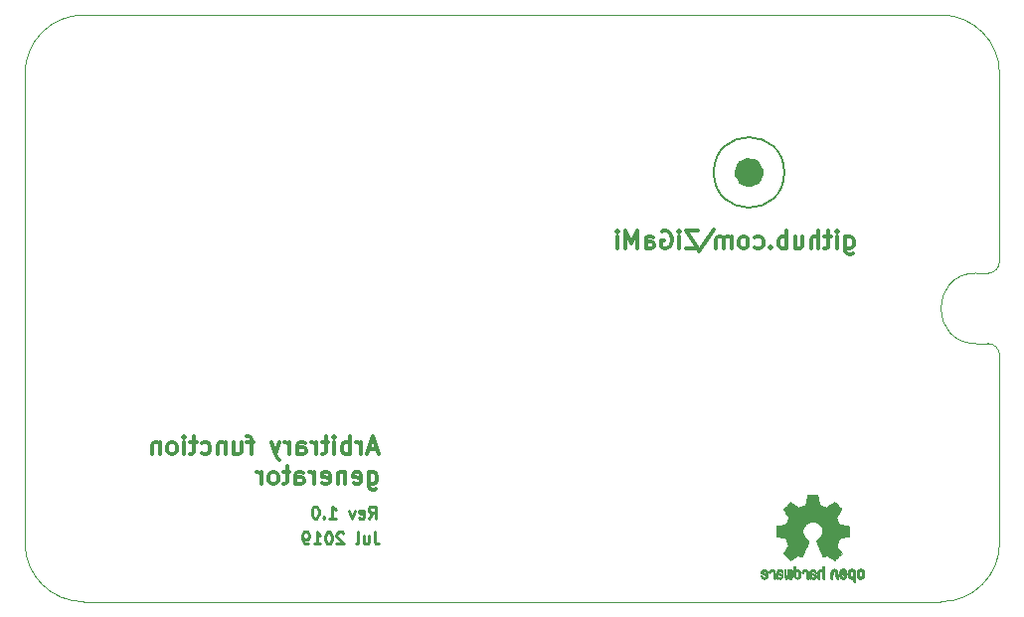
<source format=gbr>
G04 #@! TF.GenerationSoftware,KiCad,Pcbnew,(5.1.2)-1*
G04 #@! TF.CreationDate,2019-07-27T14:33:51+02:00*
G04 #@! TF.ProjectId,arbitrary_func_gen,61726269-7472-4617-9279-5f66756e635f,REV1.0*
G04 #@! TF.SameCoordinates,Original*
G04 #@! TF.FileFunction,Legend,Bot*
G04 #@! TF.FilePolarity,Positive*
%FSLAX46Y46*%
G04 Gerber Fmt 4.6, Leading zero omitted, Abs format (unit mm)*
G04 Created by KiCad (PCBNEW (5.1.2)-1) date 2019-07-27 14:33:51*
%MOMM*%
%LPD*%
G04 APERTURE LIST*
%ADD10C,0.300000*%
%ADD11C,0.254000*%
%ADD12C,0.100000*%
%ADD13C,0.010000*%
%ADD14C,0.150000*%
%ADD15C,1.500000*%
G04 APERTURE END LIST*
D10*
X142865000Y-58898571D02*
X142865000Y-60112857D01*
X142936428Y-60255714D01*
X143007857Y-60327142D01*
X143150714Y-60398571D01*
X143365000Y-60398571D01*
X143507857Y-60327142D01*
X142865000Y-59827142D02*
X143007857Y-59898571D01*
X143293571Y-59898571D01*
X143436428Y-59827142D01*
X143507857Y-59755714D01*
X143579285Y-59612857D01*
X143579285Y-59184285D01*
X143507857Y-59041428D01*
X143436428Y-58970000D01*
X143293571Y-58898571D01*
X143007857Y-58898571D01*
X142865000Y-58970000D01*
X142150714Y-59898571D02*
X142150714Y-58898571D01*
X142150714Y-58398571D02*
X142222142Y-58470000D01*
X142150714Y-58541428D01*
X142079285Y-58470000D01*
X142150714Y-58398571D01*
X142150714Y-58541428D01*
X141650714Y-58898571D02*
X141079285Y-58898571D01*
X141436428Y-58398571D02*
X141436428Y-59684285D01*
X141365000Y-59827142D01*
X141222142Y-59898571D01*
X141079285Y-59898571D01*
X140579285Y-59898571D02*
X140579285Y-58398571D01*
X139936428Y-59898571D02*
X139936428Y-59112857D01*
X140007857Y-58970000D01*
X140150714Y-58898571D01*
X140365000Y-58898571D01*
X140507857Y-58970000D01*
X140579285Y-59041428D01*
X138579285Y-58898571D02*
X138579285Y-59898571D01*
X139222142Y-58898571D02*
X139222142Y-59684285D01*
X139150714Y-59827142D01*
X139007857Y-59898571D01*
X138793571Y-59898571D01*
X138650714Y-59827142D01*
X138579285Y-59755714D01*
X137865000Y-59898571D02*
X137865000Y-58398571D01*
X137865000Y-58970000D02*
X137722142Y-58898571D01*
X137436428Y-58898571D01*
X137293571Y-58970000D01*
X137222142Y-59041428D01*
X137150714Y-59184285D01*
X137150714Y-59612857D01*
X137222142Y-59755714D01*
X137293571Y-59827142D01*
X137436428Y-59898571D01*
X137722142Y-59898571D01*
X137865000Y-59827142D01*
X136507857Y-59755714D02*
X136436428Y-59827142D01*
X136507857Y-59898571D01*
X136579285Y-59827142D01*
X136507857Y-59755714D01*
X136507857Y-59898571D01*
X135150714Y-59827142D02*
X135293571Y-59898571D01*
X135579285Y-59898571D01*
X135722142Y-59827142D01*
X135793571Y-59755714D01*
X135865000Y-59612857D01*
X135865000Y-59184285D01*
X135793571Y-59041428D01*
X135722142Y-58970000D01*
X135579285Y-58898571D01*
X135293571Y-58898571D01*
X135150714Y-58970000D01*
X134293571Y-59898571D02*
X134436428Y-59827142D01*
X134507857Y-59755714D01*
X134579285Y-59612857D01*
X134579285Y-59184285D01*
X134507857Y-59041428D01*
X134436428Y-58970000D01*
X134293571Y-58898571D01*
X134079285Y-58898571D01*
X133936428Y-58970000D01*
X133865000Y-59041428D01*
X133793571Y-59184285D01*
X133793571Y-59612857D01*
X133865000Y-59755714D01*
X133936428Y-59827142D01*
X134079285Y-59898571D01*
X134293571Y-59898571D01*
X133150714Y-59898571D02*
X133150714Y-58898571D01*
X133150714Y-59041428D02*
X133079285Y-58970000D01*
X132936428Y-58898571D01*
X132722142Y-58898571D01*
X132579285Y-58970000D01*
X132507857Y-59112857D01*
X132507857Y-59898571D01*
X132507857Y-59112857D02*
X132436428Y-58970000D01*
X132293571Y-58898571D01*
X132079285Y-58898571D01*
X131936428Y-58970000D01*
X131865000Y-59112857D01*
X131865000Y-59898571D01*
X131650714Y-58255714D02*
X130365000Y-60184285D01*
X130293571Y-58398571D02*
X129293571Y-58398571D01*
X130293571Y-59898571D01*
X129293571Y-59898571D01*
X128722142Y-59898571D02*
X128722142Y-58898571D01*
X128722142Y-58398571D02*
X128793571Y-58470000D01*
X128722142Y-58541428D01*
X128650714Y-58470000D01*
X128722142Y-58398571D01*
X128722142Y-58541428D01*
X127222142Y-58470000D02*
X127365000Y-58398571D01*
X127579285Y-58398571D01*
X127793571Y-58470000D01*
X127936428Y-58612857D01*
X128007857Y-58755714D01*
X128079285Y-59041428D01*
X128079285Y-59255714D01*
X128007857Y-59541428D01*
X127936428Y-59684285D01*
X127793571Y-59827142D01*
X127579285Y-59898571D01*
X127436428Y-59898571D01*
X127222142Y-59827142D01*
X127150714Y-59755714D01*
X127150714Y-59255714D01*
X127436428Y-59255714D01*
X125865000Y-59898571D02*
X125865000Y-59112857D01*
X125936428Y-58970000D01*
X126079285Y-58898571D01*
X126365000Y-58898571D01*
X126507857Y-58970000D01*
X125865000Y-59827142D02*
X126007857Y-59898571D01*
X126365000Y-59898571D01*
X126507857Y-59827142D01*
X126579285Y-59684285D01*
X126579285Y-59541428D01*
X126507857Y-59398571D01*
X126365000Y-59327142D01*
X126007857Y-59327142D01*
X125865000Y-59255714D01*
X125150714Y-59898571D02*
X125150714Y-58398571D01*
X124650714Y-59470000D01*
X124150714Y-58398571D01*
X124150714Y-59898571D01*
X123436428Y-59898571D02*
X123436428Y-58898571D01*
X123436428Y-58398571D02*
X123507857Y-58470000D01*
X123436428Y-58541428D01*
X123365000Y-58470000D01*
X123436428Y-58398571D01*
X123436428Y-58541428D01*
D11*
X102762709Y-84063619D02*
X102762709Y-84789333D01*
X102811090Y-84934476D01*
X102907852Y-85031238D01*
X103052995Y-85079619D01*
X103149757Y-85079619D01*
X101843471Y-84402285D02*
X101843471Y-85079619D01*
X102278900Y-84402285D02*
X102278900Y-84934476D01*
X102230519Y-85031238D01*
X102133757Y-85079619D01*
X101988614Y-85079619D01*
X101891852Y-85031238D01*
X101843471Y-84982857D01*
X101214519Y-85079619D02*
X101311280Y-85031238D01*
X101359661Y-84934476D01*
X101359661Y-84063619D01*
X100101757Y-84160380D02*
X100053376Y-84112000D01*
X99956614Y-84063619D01*
X99714709Y-84063619D01*
X99617947Y-84112000D01*
X99569566Y-84160380D01*
X99521185Y-84257142D01*
X99521185Y-84353904D01*
X99569566Y-84499047D01*
X100150138Y-85079619D01*
X99521185Y-85079619D01*
X98892233Y-84063619D02*
X98795471Y-84063619D01*
X98698709Y-84112000D01*
X98650328Y-84160380D01*
X98601947Y-84257142D01*
X98553566Y-84450666D01*
X98553566Y-84692571D01*
X98601947Y-84886095D01*
X98650328Y-84982857D01*
X98698709Y-85031238D01*
X98795471Y-85079619D01*
X98892233Y-85079619D01*
X98988995Y-85031238D01*
X99037376Y-84982857D01*
X99085757Y-84886095D01*
X99134138Y-84692571D01*
X99134138Y-84450666D01*
X99085757Y-84257142D01*
X99037376Y-84160380D01*
X98988995Y-84112000D01*
X98892233Y-84063619D01*
X97585947Y-85079619D02*
X98166519Y-85079619D01*
X97876233Y-85079619D02*
X97876233Y-84063619D01*
X97972995Y-84208761D01*
X98069757Y-84305523D01*
X98166519Y-84353904D01*
X97102138Y-85079619D02*
X96908614Y-85079619D01*
X96811852Y-85031238D01*
X96763471Y-84982857D01*
X96666709Y-84837714D01*
X96618328Y-84644190D01*
X96618328Y-84257142D01*
X96666709Y-84160380D01*
X96715090Y-84112000D01*
X96811852Y-84063619D01*
X97005376Y-84063619D01*
X97102138Y-84112000D01*
X97150519Y-84160380D01*
X97198900Y-84257142D01*
X97198900Y-84499047D01*
X97150519Y-84595809D01*
X97102138Y-84644190D01*
X97005376Y-84692571D01*
X96811852Y-84692571D01*
X96715090Y-84644190D01*
X96666709Y-84595809D01*
X96618328Y-84499047D01*
X102272423Y-82879619D02*
X102611090Y-82395809D01*
X102852995Y-82879619D02*
X102852995Y-81863619D01*
X102465947Y-81863619D01*
X102369185Y-81912000D01*
X102320804Y-81960380D01*
X102272423Y-82057142D01*
X102272423Y-82202285D01*
X102320804Y-82299047D01*
X102369185Y-82347428D01*
X102465947Y-82395809D01*
X102852995Y-82395809D01*
X101449947Y-82831238D02*
X101546709Y-82879619D01*
X101740233Y-82879619D01*
X101836995Y-82831238D01*
X101885376Y-82734476D01*
X101885376Y-82347428D01*
X101836995Y-82250666D01*
X101740233Y-82202285D01*
X101546709Y-82202285D01*
X101449947Y-82250666D01*
X101401566Y-82347428D01*
X101401566Y-82444190D01*
X101885376Y-82540952D01*
X101062900Y-82202285D02*
X100820995Y-82879619D01*
X100579090Y-82202285D01*
X98885757Y-82879619D02*
X99466328Y-82879619D01*
X99176042Y-82879619D02*
X99176042Y-81863619D01*
X99272804Y-82008761D01*
X99369566Y-82105523D01*
X99466328Y-82153904D01*
X98450328Y-82782857D02*
X98401947Y-82831238D01*
X98450328Y-82879619D01*
X98498709Y-82831238D01*
X98450328Y-82782857D01*
X98450328Y-82879619D01*
X97772995Y-81863619D02*
X97676233Y-81863619D01*
X97579471Y-81912000D01*
X97531090Y-81960380D01*
X97482709Y-82057142D01*
X97434328Y-82250666D01*
X97434328Y-82492571D01*
X97482709Y-82686095D01*
X97531090Y-82782857D01*
X97579471Y-82831238D01*
X97676233Y-82879619D01*
X97772995Y-82879619D01*
X97869757Y-82831238D01*
X97918138Y-82782857D01*
X97966519Y-82686095D01*
X98014900Y-82492571D01*
X98014900Y-82250666D01*
X97966519Y-82057142D01*
X97918138Y-81960380D01*
X97869757Y-81912000D01*
X97772995Y-81863619D01*
D10*
X102979285Y-76995000D02*
X102265000Y-76995000D01*
X103122142Y-77423571D02*
X102622142Y-75923571D01*
X102122142Y-77423571D01*
X101622142Y-77423571D02*
X101622142Y-76423571D01*
X101622142Y-76709285D02*
X101550714Y-76566428D01*
X101479285Y-76495000D01*
X101336428Y-76423571D01*
X101193571Y-76423571D01*
X100693571Y-77423571D02*
X100693571Y-75923571D01*
X100693571Y-76495000D02*
X100550714Y-76423571D01*
X100265000Y-76423571D01*
X100122142Y-76495000D01*
X100050714Y-76566428D01*
X99979285Y-76709285D01*
X99979285Y-77137857D01*
X100050714Y-77280714D01*
X100122142Y-77352142D01*
X100265000Y-77423571D01*
X100550714Y-77423571D01*
X100693571Y-77352142D01*
X99336428Y-77423571D02*
X99336428Y-76423571D01*
X99336428Y-75923571D02*
X99407857Y-75995000D01*
X99336428Y-76066428D01*
X99265000Y-75995000D01*
X99336428Y-75923571D01*
X99336428Y-76066428D01*
X98836428Y-76423571D02*
X98265000Y-76423571D01*
X98622142Y-75923571D02*
X98622142Y-77209285D01*
X98550714Y-77352142D01*
X98407857Y-77423571D01*
X98265000Y-77423571D01*
X97765000Y-77423571D02*
X97765000Y-76423571D01*
X97765000Y-76709285D02*
X97693571Y-76566428D01*
X97622142Y-76495000D01*
X97479285Y-76423571D01*
X97336428Y-76423571D01*
X96193571Y-77423571D02*
X96193571Y-76637857D01*
X96265000Y-76495000D01*
X96407857Y-76423571D01*
X96693571Y-76423571D01*
X96836428Y-76495000D01*
X96193571Y-77352142D02*
X96336428Y-77423571D01*
X96693571Y-77423571D01*
X96836428Y-77352142D01*
X96907857Y-77209285D01*
X96907857Y-77066428D01*
X96836428Y-76923571D01*
X96693571Y-76852142D01*
X96336428Y-76852142D01*
X96193571Y-76780714D01*
X95479285Y-77423571D02*
X95479285Y-76423571D01*
X95479285Y-76709285D02*
X95407857Y-76566428D01*
X95336428Y-76495000D01*
X95193571Y-76423571D01*
X95050714Y-76423571D01*
X94693571Y-76423571D02*
X94336428Y-77423571D01*
X93979285Y-76423571D02*
X94336428Y-77423571D01*
X94479285Y-77780714D01*
X94550714Y-77852142D01*
X94693571Y-77923571D01*
X92479285Y-76423571D02*
X91907857Y-76423571D01*
X92265000Y-77423571D02*
X92265000Y-76137857D01*
X92193571Y-75995000D01*
X92050714Y-75923571D01*
X91907857Y-75923571D01*
X90765000Y-76423571D02*
X90765000Y-77423571D01*
X91407857Y-76423571D02*
X91407857Y-77209285D01*
X91336428Y-77352142D01*
X91193571Y-77423571D01*
X90979285Y-77423571D01*
X90836428Y-77352142D01*
X90765000Y-77280714D01*
X90050714Y-76423571D02*
X90050714Y-77423571D01*
X90050714Y-76566428D02*
X89979285Y-76495000D01*
X89836428Y-76423571D01*
X89622142Y-76423571D01*
X89479285Y-76495000D01*
X89407857Y-76637857D01*
X89407857Y-77423571D01*
X88050714Y-77352142D02*
X88193571Y-77423571D01*
X88479285Y-77423571D01*
X88622142Y-77352142D01*
X88693571Y-77280714D01*
X88765000Y-77137857D01*
X88765000Y-76709285D01*
X88693571Y-76566428D01*
X88622142Y-76495000D01*
X88479285Y-76423571D01*
X88193571Y-76423571D01*
X88050714Y-76495000D01*
X87622142Y-76423571D02*
X87050714Y-76423571D01*
X87407857Y-75923571D02*
X87407857Y-77209285D01*
X87336428Y-77352142D01*
X87193571Y-77423571D01*
X87050714Y-77423571D01*
X86550714Y-77423571D02*
X86550714Y-76423571D01*
X86550714Y-75923571D02*
X86622142Y-75995000D01*
X86550714Y-76066428D01*
X86479285Y-75995000D01*
X86550714Y-75923571D01*
X86550714Y-76066428D01*
X85622142Y-77423571D02*
X85765000Y-77352142D01*
X85836428Y-77280714D01*
X85907857Y-77137857D01*
X85907857Y-76709285D01*
X85836428Y-76566428D01*
X85765000Y-76495000D01*
X85622142Y-76423571D01*
X85407857Y-76423571D01*
X85265000Y-76495000D01*
X85193571Y-76566428D01*
X85122142Y-76709285D01*
X85122142Y-77137857D01*
X85193571Y-77280714D01*
X85265000Y-77352142D01*
X85407857Y-77423571D01*
X85622142Y-77423571D01*
X84479285Y-76423571D02*
X84479285Y-77423571D01*
X84479285Y-76566428D02*
X84407857Y-76495000D01*
X84265000Y-76423571D01*
X84050714Y-76423571D01*
X83907857Y-76495000D01*
X83836428Y-76637857D01*
X83836428Y-77423571D01*
X102265000Y-78973571D02*
X102265000Y-80187857D01*
X102336428Y-80330714D01*
X102407857Y-80402142D01*
X102550714Y-80473571D01*
X102765000Y-80473571D01*
X102907857Y-80402142D01*
X102265000Y-79902142D02*
X102407857Y-79973571D01*
X102693571Y-79973571D01*
X102836428Y-79902142D01*
X102907857Y-79830714D01*
X102979285Y-79687857D01*
X102979285Y-79259285D01*
X102907857Y-79116428D01*
X102836428Y-79045000D01*
X102693571Y-78973571D01*
X102407857Y-78973571D01*
X102265000Y-79045000D01*
X100979285Y-79902142D02*
X101122142Y-79973571D01*
X101407857Y-79973571D01*
X101550714Y-79902142D01*
X101622142Y-79759285D01*
X101622142Y-79187857D01*
X101550714Y-79045000D01*
X101407857Y-78973571D01*
X101122142Y-78973571D01*
X100979285Y-79045000D01*
X100907857Y-79187857D01*
X100907857Y-79330714D01*
X101622142Y-79473571D01*
X100265000Y-78973571D02*
X100265000Y-79973571D01*
X100265000Y-79116428D02*
X100193571Y-79045000D01*
X100050714Y-78973571D01*
X99836428Y-78973571D01*
X99693571Y-79045000D01*
X99622142Y-79187857D01*
X99622142Y-79973571D01*
X98336428Y-79902142D02*
X98479285Y-79973571D01*
X98765000Y-79973571D01*
X98907857Y-79902142D01*
X98979285Y-79759285D01*
X98979285Y-79187857D01*
X98907857Y-79045000D01*
X98765000Y-78973571D01*
X98479285Y-78973571D01*
X98336428Y-79045000D01*
X98265000Y-79187857D01*
X98265000Y-79330714D01*
X98979285Y-79473571D01*
X97622142Y-79973571D02*
X97622142Y-78973571D01*
X97622142Y-79259285D02*
X97550714Y-79116428D01*
X97479285Y-79045000D01*
X97336428Y-78973571D01*
X97193571Y-78973571D01*
X96050714Y-79973571D02*
X96050714Y-79187857D01*
X96122142Y-79045000D01*
X96265000Y-78973571D01*
X96550714Y-78973571D01*
X96693571Y-79045000D01*
X96050714Y-79902142D02*
X96193571Y-79973571D01*
X96550714Y-79973571D01*
X96693571Y-79902142D01*
X96765000Y-79759285D01*
X96765000Y-79616428D01*
X96693571Y-79473571D01*
X96550714Y-79402142D01*
X96193571Y-79402142D01*
X96050714Y-79330714D01*
X95550714Y-78973571D02*
X94979285Y-78973571D01*
X95336428Y-78473571D02*
X95336428Y-79759285D01*
X95265000Y-79902142D01*
X95122142Y-79973571D01*
X94979285Y-79973571D01*
X94265000Y-79973571D02*
X94407857Y-79902142D01*
X94479285Y-79830714D01*
X94550714Y-79687857D01*
X94550714Y-79259285D01*
X94479285Y-79116428D01*
X94407857Y-79045000D01*
X94265000Y-78973571D01*
X94050714Y-78973571D01*
X93907857Y-79045000D01*
X93836428Y-79116428D01*
X93765000Y-79259285D01*
X93765000Y-79687857D01*
X93836428Y-79830714D01*
X93907857Y-79902142D01*
X94050714Y-79973571D01*
X94265000Y-79973571D01*
X93122142Y-79973571D02*
X93122142Y-78973571D01*
X93122142Y-79259285D02*
X93050714Y-79116428D01*
X92979285Y-79045000D01*
X92836428Y-78973571D01*
X92693571Y-78973571D01*
D12*
X155000000Y-68000000D02*
X154000000Y-68000000D01*
X156000000Y-85000000D02*
X156000000Y-69000000D01*
X78000000Y-90000000D02*
X151000000Y-90000000D01*
X73000000Y-45000000D02*
X73000000Y-85000000D01*
X151000000Y-40000000D02*
X78000000Y-40000000D01*
X156000000Y-61000000D02*
X156000000Y-45000000D01*
X154000000Y-62000000D02*
X155000000Y-62000000D01*
X156000000Y-61000000D02*
G75*
G02X155000000Y-62000000I-1000000J0D01*
G01*
X154000000Y-68000000D02*
G75*
G02X154000000Y-62000000I0J3000000D01*
G01*
X155000000Y-68000000D02*
G75*
G02X156000000Y-69000000I0J-1000000D01*
G01*
X156000000Y-85000000D02*
G75*
G02X151000000Y-90000000I-5000000J0D01*
G01*
X78000000Y-90000000D02*
G75*
G02X73000000Y-85000000I0J5000000D01*
G01*
X73000000Y-45000000D02*
G75*
G02X78000000Y-40000000I5000000J0D01*
G01*
X151000000Y-40000000D02*
G75*
G02X156000000Y-45000000I0J-5000000D01*
G01*
D13*
G36*
X143291114Y-87204505D02*
G01*
X143216461Y-87241727D01*
X143150569Y-87310261D01*
X143132423Y-87335648D01*
X143112655Y-87368866D01*
X143099828Y-87404945D01*
X143092490Y-87453098D01*
X143089187Y-87522536D01*
X143088462Y-87614206D01*
X143091737Y-87739830D01*
X143103123Y-87834154D01*
X143124959Y-87904523D01*
X143159581Y-87958286D01*
X143209330Y-88002788D01*
X143212986Y-88005423D01*
X143262015Y-88032377D01*
X143321055Y-88045712D01*
X143396141Y-88049000D01*
X143518205Y-88049000D01*
X143518256Y-88167497D01*
X143519392Y-88233492D01*
X143526314Y-88272202D01*
X143544402Y-88295419D01*
X143579038Y-88314933D01*
X143587355Y-88318920D01*
X143626280Y-88337603D01*
X143656417Y-88349403D01*
X143678826Y-88350422D01*
X143694567Y-88336761D01*
X143704698Y-88304522D01*
X143710277Y-88249804D01*
X143712365Y-88168711D01*
X143712019Y-88057344D01*
X143710300Y-87911802D01*
X143709763Y-87868269D01*
X143707828Y-87718205D01*
X143706096Y-87620042D01*
X143518308Y-87620042D01*
X143517252Y-87703364D01*
X143512562Y-87757880D01*
X143501949Y-87793837D01*
X143483128Y-87821482D01*
X143470350Y-87834965D01*
X143418110Y-87874417D01*
X143371858Y-87877628D01*
X143324133Y-87845049D01*
X143322923Y-87843846D01*
X143303506Y-87818668D01*
X143291693Y-87784447D01*
X143285735Y-87731748D01*
X143283880Y-87651131D01*
X143283846Y-87633271D01*
X143288330Y-87522175D01*
X143302926Y-87445161D01*
X143329350Y-87398147D01*
X143369317Y-87377050D01*
X143392416Y-87374923D01*
X143447238Y-87384900D01*
X143484842Y-87417752D01*
X143507477Y-87477857D01*
X143517394Y-87569598D01*
X143518308Y-87620042D01*
X143706096Y-87620042D01*
X143705778Y-87602060D01*
X143703127Y-87514679D01*
X143699394Y-87450905D01*
X143694093Y-87405582D01*
X143686742Y-87373555D01*
X143676857Y-87349668D01*
X143663954Y-87328764D01*
X143658421Y-87320898D01*
X143585031Y-87246595D01*
X143492240Y-87204467D01*
X143384904Y-87192722D01*
X143291114Y-87204505D01*
X143291114Y-87204505D01*
G37*
X143291114Y-87204505D02*
X143216461Y-87241727D01*
X143150569Y-87310261D01*
X143132423Y-87335648D01*
X143112655Y-87368866D01*
X143099828Y-87404945D01*
X143092490Y-87453098D01*
X143089187Y-87522536D01*
X143088462Y-87614206D01*
X143091737Y-87739830D01*
X143103123Y-87834154D01*
X143124959Y-87904523D01*
X143159581Y-87958286D01*
X143209330Y-88002788D01*
X143212986Y-88005423D01*
X143262015Y-88032377D01*
X143321055Y-88045712D01*
X143396141Y-88049000D01*
X143518205Y-88049000D01*
X143518256Y-88167497D01*
X143519392Y-88233492D01*
X143526314Y-88272202D01*
X143544402Y-88295419D01*
X143579038Y-88314933D01*
X143587355Y-88318920D01*
X143626280Y-88337603D01*
X143656417Y-88349403D01*
X143678826Y-88350422D01*
X143694567Y-88336761D01*
X143704698Y-88304522D01*
X143710277Y-88249804D01*
X143712365Y-88168711D01*
X143712019Y-88057344D01*
X143710300Y-87911802D01*
X143709763Y-87868269D01*
X143707828Y-87718205D01*
X143706096Y-87620042D01*
X143518308Y-87620042D01*
X143517252Y-87703364D01*
X143512562Y-87757880D01*
X143501949Y-87793837D01*
X143483128Y-87821482D01*
X143470350Y-87834965D01*
X143418110Y-87874417D01*
X143371858Y-87877628D01*
X143324133Y-87845049D01*
X143322923Y-87843846D01*
X143303506Y-87818668D01*
X143291693Y-87784447D01*
X143285735Y-87731748D01*
X143283880Y-87651131D01*
X143283846Y-87633271D01*
X143288330Y-87522175D01*
X143302926Y-87445161D01*
X143329350Y-87398147D01*
X143369317Y-87377050D01*
X143392416Y-87374923D01*
X143447238Y-87384900D01*
X143484842Y-87417752D01*
X143507477Y-87477857D01*
X143517394Y-87569598D01*
X143518308Y-87620042D01*
X143706096Y-87620042D01*
X143705778Y-87602060D01*
X143703127Y-87514679D01*
X143699394Y-87450905D01*
X143694093Y-87405582D01*
X143686742Y-87373555D01*
X143676857Y-87349668D01*
X143663954Y-87328764D01*
X143658421Y-87320898D01*
X143585031Y-87246595D01*
X143492240Y-87204467D01*
X143384904Y-87192722D01*
X143291114Y-87204505D01*
G36*
X141788336Y-87215089D02*
G01*
X141725633Y-87251358D01*
X141682039Y-87287358D01*
X141650155Y-87325075D01*
X141628190Y-87371199D01*
X141614351Y-87432421D01*
X141606847Y-87515431D01*
X141603883Y-87626919D01*
X141603539Y-87707062D01*
X141603539Y-88002065D01*
X141769615Y-88076515D01*
X141779385Y-87753402D01*
X141783421Y-87632729D01*
X141787656Y-87545141D01*
X141792903Y-87484650D01*
X141799975Y-87445268D01*
X141809689Y-87421007D01*
X141822856Y-87405880D01*
X141827081Y-87402606D01*
X141891091Y-87377034D01*
X141955792Y-87387153D01*
X141994308Y-87414000D01*
X142009975Y-87433024D01*
X142020820Y-87457988D01*
X142027712Y-87495834D01*
X142031521Y-87553502D01*
X142033117Y-87637935D01*
X142033385Y-87725928D01*
X142033437Y-87836323D01*
X142035328Y-87914463D01*
X142041655Y-87967165D01*
X142055017Y-88001242D01*
X142078015Y-88023511D01*
X142113246Y-88040787D01*
X142160303Y-88058738D01*
X142211697Y-88078278D01*
X142205579Y-87731485D01*
X142203116Y-87606468D01*
X142200233Y-87514082D01*
X142196102Y-87447881D01*
X142189893Y-87401420D01*
X142180774Y-87368256D01*
X142167917Y-87341944D01*
X142152416Y-87318729D01*
X142077629Y-87244569D01*
X141986372Y-87201684D01*
X141887117Y-87191412D01*
X141788336Y-87215089D01*
X141788336Y-87215089D01*
G37*
X141788336Y-87215089D02*
X141725633Y-87251358D01*
X141682039Y-87287358D01*
X141650155Y-87325075D01*
X141628190Y-87371199D01*
X141614351Y-87432421D01*
X141606847Y-87515431D01*
X141603883Y-87626919D01*
X141603539Y-87707062D01*
X141603539Y-88002065D01*
X141769615Y-88076515D01*
X141779385Y-87753402D01*
X141783421Y-87632729D01*
X141787656Y-87545141D01*
X141792903Y-87484650D01*
X141799975Y-87445268D01*
X141809689Y-87421007D01*
X141822856Y-87405880D01*
X141827081Y-87402606D01*
X141891091Y-87377034D01*
X141955792Y-87387153D01*
X141994308Y-87414000D01*
X142009975Y-87433024D01*
X142020820Y-87457988D01*
X142027712Y-87495834D01*
X142031521Y-87553502D01*
X142033117Y-87637935D01*
X142033385Y-87725928D01*
X142033437Y-87836323D01*
X142035328Y-87914463D01*
X142041655Y-87967165D01*
X142055017Y-88001242D01*
X142078015Y-88023511D01*
X142113246Y-88040787D01*
X142160303Y-88058738D01*
X142211697Y-88078278D01*
X142205579Y-87731485D01*
X142203116Y-87606468D01*
X142200233Y-87514082D01*
X142196102Y-87447881D01*
X142189893Y-87401420D01*
X142180774Y-87368256D01*
X142167917Y-87341944D01*
X142152416Y-87318729D01*
X142077629Y-87244569D01*
X141986372Y-87201684D01*
X141887117Y-87191412D01*
X141788336Y-87215089D01*
G36*
X144043114Y-87207256D02*
G01*
X143951536Y-87255409D01*
X143883951Y-87332905D01*
X143859943Y-87382727D01*
X143841262Y-87457533D01*
X143831699Y-87552052D01*
X143830792Y-87655210D01*
X143838079Y-87755935D01*
X143853097Y-87843153D01*
X143875385Y-87905791D01*
X143882235Y-87916579D01*
X143963368Y-87997105D01*
X144059734Y-88045336D01*
X144164299Y-88059450D01*
X144270032Y-88037629D01*
X144299457Y-88024547D01*
X144356759Y-87984231D01*
X144407050Y-87930775D01*
X144411803Y-87923995D01*
X144431122Y-87891321D01*
X144443892Y-87856394D01*
X144451436Y-87810414D01*
X144455076Y-87744584D01*
X144456135Y-87650105D01*
X144456154Y-87628923D01*
X144456106Y-87622182D01*
X144260769Y-87622182D01*
X144259632Y-87711349D01*
X144255159Y-87770520D01*
X144245754Y-87808741D01*
X144229824Y-87835053D01*
X144221692Y-87843846D01*
X144174942Y-87877261D01*
X144129553Y-87875737D01*
X144083660Y-87846752D01*
X144056288Y-87815809D01*
X144040077Y-87770643D01*
X144030974Y-87699420D01*
X144030349Y-87691114D01*
X144028796Y-87562037D01*
X144045035Y-87466172D01*
X144078848Y-87404107D01*
X144130016Y-87376432D01*
X144148280Y-87374923D01*
X144196240Y-87382513D01*
X144229047Y-87408808D01*
X144249105Y-87459095D01*
X144258822Y-87538664D01*
X144260769Y-87622182D01*
X144456106Y-87622182D01*
X144455426Y-87528249D01*
X144452371Y-87457906D01*
X144445678Y-87409163D01*
X144434040Y-87373288D01*
X144416147Y-87341548D01*
X144412192Y-87335648D01*
X144345733Y-87256104D01*
X144273315Y-87209929D01*
X144185151Y-87191599D01*
X144155213Y-87190703D01*
X144043114Y-87207256D01*
X144043114Y-87207256D01*
G37*
X144043114Y-87207256D02*
X143951536Y-87255409D01*
X143883951Y-87332905D01*
X143859943Y-87382727D01*
X143841262Y-87457533D01*
X143831699Y-87552052D01*
X143830792Y-87655210D01*
X143838079Y-87755935D01*
X143853097Y-87843153D01*
X143875385Y-87905791D01*
X143882235Y-87916579D01*
X143963368Y-87997105D01*
X144059734Y-88045336D01*
X144164299Y-88059450D01*
X144270032Y-88037629D01*
X144299457Y-88024547D01*
X144356759Y-87984231D01*
X144407050Y-87930775D01*
X144411803Y-87923995D01*
X144431122Y-87891321D01*
X144443892Y-87856394D01*
X144451436Y-87810414D01*
X144455076Y-87744584D01*
X144456135Y-87650105D01*
X144456154Y-87628923D01*
X144456106Y-87622182D01*
X144260769Y-87622182D01*
X144259632Y-87711349D01*
X144255159Y-87770520D01*
X144245754Y-87808741D01*
X144229824Y-87835053D01*
X144221692Y-87843846D01*
X144174942Y-87877261D01*
X144129553Y-87875737D01*
X144083660Y-87846752D01*
X144056288Y-87815809D01*
X144040077Y-87770643D01*
X144030974Y-87699420D01*
X144030349Y-87691114D01*
X144028796Y-87562037D01*
X144045035Y-87466172D01*
X144078848Y-87404107D01*
X144130016Y-87376432D01*
X144148280Y-87374923D01*
X144196240Y-87382513D01*
X144229047Y-87408808D01*
X144249105Y-87459095D01*
X144258822Y-87538664D01*
X144260769Y-87622182D01*
X144456106Y-87622182D01*
X144455426Y-87528249D01*
X144452371Y-87457906D01*
X144445678Y-87409163D01*
X144434040Y-87373288D01*
X144416147Y-87341548D01*
X144412192Y-87335648D01*
X144345733Y-87256104D01*
X144273315Y-87209929D01*
X144185151Y-87191599D01*
X144155213Y-87190703D01*
X144043114Y-87207256D01*
G36*
X142525746Y-87219745D02*
G01*
X142448714Y-87271567D01*
X142389184Y-87346412D01*
X142353622Y-87441654D01*
X142346429Y-87511756D01*
X142347246Y-87541009D01*
X142354086Y-87563407D01*
X142372888Y-87583474D01*
X142409592Y-87605733D01*
X142470138Y-87634709D01*
X142560466Y-87674927D01*
X142560923Y-87675129D01*
X142644067Y-87713210D01*
X142712247Y-87747025D01*
X142758495Y-87772933D01*
X142775842Y-87787295D01*
X142775846Y-87787411D01*
X142760557Y-87818685D01*
X142724804Y-87853157D01*
X142683758Y-87877990D01*
X142662963Y-87882923D01*
X142606230Y-87865862D01*
X142557373Y-87823133D01*
X142533535Y-87776155D01*
X142510603Y-87741522D01*
X142465682Y-87702081D01*
X142412877Y-87668009D01*
X142366290Y-87649480D01*
X142356548Y-87648462D01*
X142345582Y-87665215D01*
X142344921Y-87708039D01*
X142352980Y-87765781D01*
X142368173Y-87827289D01*
X142388914Y-87881409D01*
X142389962Y-87883510D01*
X142452379Y-87970660D01*
X142533274Y-88029939D01*
X142625144Y-88059034D01*
X142720487Y-88055634D01*
X142811802Y-88017428D01*
X142815862Y-88014741D01*
X142887694Y-87949642D01*
X142934927Y-87864705D01*
X142961066Y-87753021D01*
X142964574Y-87721643D01*
X142970787Y-87573536D01*
X142963339Y-87504468D01*
X142775846Y-87504468D01*
X142773410Y-87547552D01*
X142760086Y-87560126D01*
X142726868Y-87550719D01*
X142674506Y-87528483D01*
X142615976Y-87500610D01*
X142614521Y-87499872D01*
X142564911Y-87473777D01*
X142545000Y-87456363D01*
X142549910Y-87438107D01*
X142570584Y-87414120D01*
X142623181Y-87379406D01*
X142679823Y-87376856D01*
X142730631Y-87402119D01*
X142765724Y-87450847D01*
X142775846Y-87504468D01*
X142963339Y-87504468D01*
X142958008Y-87455036D01*
X142925222Y-87361055D01*
X142879579Y-87295215D01*
X142797198Y-87228681D01*
X142706454Y-87195676D01*
X142613815Y-87193573D01*
X142525746Y-87219745D01*
X142525746Y-87219745D01*
G37*
X142525746Y-87219745D02*
X142448714Y-87271567D01*
X142389184Y-87346412D01*
X142353622Y-87441654D01*
X142346429Y-87511756D01*
X142347246Y-87541009D01*
X142354086Y-87563407D01*
X142372888Y-87583474D01*
X142409592Y-87605733D01*
X142470138Y-87634709D01*
X142560466Y-87674927D01*
X142560923Y-87675129D01*
X142644067Y-87713210D01*
X142712247Y-87747025D01*
X142758495Y-87772933D01*
X142775842Y-87787295D01*
X142775846Y-87787411D01*
X142760557Y-87818685D01*
X142724804Y-87853157D01*
X142683758Y-87877990D01*
X142662963Y-87882923D01*
X142606230Y-87865862D01*
X142557373Y-87823133D01*
X142533535Y-87776155D01*
X142510603Y-87741522D01*
X142465682Y-87702081D01*
X142412877Y-87668009D01*
X142366290Y-87649480D01*
X142356548Y-87648462D01*
X142345582Y-87665215D01*
X142344921Y-87708039D01*
X142352980Y-87765781D01*
X142368173Y-87827289D01*
X142388914Y-87881409D01*
X142389962Y-87883510D01*
X142452379Y-87970660D01*
X142533274Y-88029939D01*
X142625144Y-88059034D01*
X142720487Y-88055634D01*
X142811802Y-88017428D01*
X142815862Y-88014741D01*
X142887694Y-87949642D01*
X142934927Y-87864705D01*
X142961066Y-87753021D01*
X142964574Y-87721643D01*
X142970787Y-87573536D01*
X142963339Y-87504468D01*
X142775846Y-87504468D01*
X142773410Y-87547552D01*
X142760086Y-87560126D01*
X142726868Y-87550719D01*
X142674506Y-87528483D01*
X142615976Y-87500610D01*
X142614521Y-87499872D01*
X142564911Y-87473777D01*
X142545000Y-87456363D01*
X142549910Y-87438107D01*
X142570584Y-87414120D01*
X142623181Y-87379406D01*
X142679823Y-87376856D01*
X142730631Y-87402119D01*
X142765724Y-87450847D01*
X142775846Y-87504468D01*
X142963339Y-87504468D01*
X142958008Y-87455036D01*
X142925222Y-87361055D01*
X142879579Y-87295215D01*
X142797198Y-87228681D01*
X142706454Y-87195676D01*
X142613815Y-87193573D01*
X142525746Y-87219745D01*
G36*
X140900154Y-87112120D02*
G01*
X140894428Y-87191980D01*
X140887851Y-87239039D01*
X140878738Y-87259566D01*
X140865402Y-87259829D01*
X140861077Y-87257378D01*
X140803556Y-87239636D01*
X140728732Y-87240672D01*
X140652661Y-87258910D01*
X140605082Y-87282505D01*
X140556298Y-87320198D01*
X140520636Y-87362855D01*
X140496155Y-87417057D01*
X140480913Y-87489384D01*
X140472970Y-87586419D01*
X140470384Y-87714742D01*
X140470338Y-87739358D01*
X140470308Y-88015870D01*
X140531839Y-88037320D01*
X140575541Y-88051912D01*
X140599518Y-88058706D01*
X140600223Y-88058769D01*
X140602585Y-88040345D01*
X140604594Y-87989526D01*
X140606099Y-87912993D01*
X140606947Y-87817430D01*
X140607077Y-87759329D01*
X140607349Y-87644771D01*
X140608748Y-87562667D01*
X140612151Y-87506393D01*
X140618433Y-87469326D01*
X140628471Y-87444844D01*
X140643139Y-87426325D01*
X140652298Y-87417406D01*
X140715211Y-87381466D01*
X140783864Y-87378775D01*
X140846152Y-87409170D01*
X140857671Y-87420144D01*
X140874567Y-87440779D01*
X140886286Y-87465256D01*
X140893767Y-87500647D01*
X140897946Y-87554026D01*
X140899763Y-87632466D01*
X140900154Y-87740617D01*
X140900154Y-88015870D01*
X140961685Y-88037320D01*
X141005387Y-88051912D01*
X141029364Y-88058706D01*
X141030070Y-88058769D01*
X141031874Y-88040069D01*
X141033500Y-87987322D01*
X141034883Y-87905557D01*
X141035958Y-87799805D01*
X141036660Y-87675094D01*
X141036923Y-87536455D01*
X141036923Y-87001806D01*
X140909923Y-86948236D01*
X140900154Y-87112120D01*
X140900154Y-87112120D01*
G37*
X140900154Y-87112120D02*
X140894428Y-87191980D01*
X140887851Y-87239039D01*
X140878738Y-87259566D01*
X140865402Y-87259829D01*
X140861077Y-87257378D01*
X140803556Y-87239636D01*
X140728732Y-87240672D01*
X140652661Y-87258910D01*
X140605082Y-87282505D01*
X140556298Y-87320198D01*
X140520636Y-87362855D01*
X140496155Y-87417057D01*
X140480913Y-87489384D01*
X140472970Y-87586419D01*
X140470384Y-87714742D01*
X140470338Y-87739358D01*
X140470308Y-88015870D01*
X140531839Y-88037320D01*
X140575541Y-88051912D01*
X140599518Y-88058706D01*
X140600223Y-88058769D01*
X140602585Y-88040345D01*
X140604594Y-87989526D01*
X140606099Y-87912993D01*
X140606947Y-87817430D01*
X140607077Y-87759329D01*
X140607349Y-87644771D01*
X140608748Y-87562667D01*
X140612151Y-87506393D01*
X140618433Y-87469326D01*
X140628471Y-87444844D01*
X140643139Y-87426325D01*
X140652298Y-87417406D01*
X140715211Y-87381466D01*
X140783864Y-87378775D01*
X140846152Y-87409170D01*
X140857671Y-87420144D01*
X140874567Y-87440779D01*
X140886286Y-87465256D01*
X140893767Y-87500647D01*
X140897946Y-87554026D01*
X140899763Y-87632466D01*
X140900154Y-87740617D01*
X140900154Y-88015870D01*
X140961685Y-88037320D01*
X141005387Y-88051912D01*
X141029364Y-88058706D01*
X141030070Y-88058769D01*
X141031874Y-88040069D01*
X141033500Y-87987322D01*
X141034883Y-87905557D01*
X141035958Y-87799805D01*
X141036660Y-87675094D01*
X141036923Y-87536455D01*
X141036923Y-87001806D01*
X140909923Y-86948236D01*
X140900154Y-87112120D01*
G36*
X140006499Y-87246303D02*
G01*
X139929940Y-87274733D01*
X139929064Y-87275279D01*
X139881715Y-87310127D01*
X139846759Y-87350852D01*
X139822175Y-87403925D01*
X139805938Y-87475814D01*
X139796025Y-87572992D01*
X139790414Y-87701928D01*
X139789923Y-87720298D01*
X139782859Y-87997287D01*
X139842305Y-88028028D01*
X139885319Y-88048802D01*
X139911290Y-88058646D01*
X139912491Y-88058769D01*
X139916986Y-88040606D01*
X139920556Y-87991612D01*
X139922752Y-87920031D01*
X139923231Y-87862068D01*
X139923242Y-87768170D01*
X139927534Y-87709203D01*
X139942497Y-87681079D01*
X139974518Y-87679706D01*
X140029986Y-87700998D01*
X140113731Y-87740136D01*
X140175311Y-87772643D01*
X140206983Y-87800845D01*
X140216294Y-87831582D01*
X140216308Y-87833104D01*
X140200943Y-87886054D01*
X140155453Y-87914660D01*
X140085834Y-87918803D01*
X140035687Y-87918084D01*
X140009246Y-87932527D01*
X139992757Y-87967218D01*
X139983267Y-88011416D01*
X139996943Y-88036493D01*
X140002093Y-88040082D01*
X140050575Y-88054496D01*
X140118469Y-88056537D01*
X140188388Y-88046983D01*
X140237932Y-88029522D01*
X140306430Y-87971364D01*
X140345366Y-87890408D01*
X140353077Y-87827160D01*
X140347193Y-87770111D01*
X140325899Y-87723542D01*
X140283735Y-87682181D01*
X140215241Y-87640755D01*
X140114956Y-87593993D01*
X140108846Y-87591350D01*
X140018510Y-87549617D01*
X139962765Y-87515391D01*
X139938871Y-87484635D01*
X139944087Y-87453311D01*
X139975672Y-87417383D01*
X139985117Y-87409116D01*
X140048383Y-87377058D01*
X140113936Y-87378407D01*
X140171028Y-87409838D01*
X140208907Y-87468024D01*
X140212426Y-87479446D01*
X140246700Y-87534837D01*
X140290191Y-87561518D01*
X140353077Y-87587960D01*
X140353077Y-87519548D01*
X140333948Y-87420110D01*
X140277169Y-87328902D01*
X140247622Y-87298389D01*
X140180458Y-87259228D01*
X140095044Y-87241500D01*
X140006499Y-87246303D01*
X140006499Y-87246303D01*
G37*
X140006499Y-87246303D02*
X139929940Y-87274733D01*
X139929064Y-87275279D01*
X139881715Y-87310127D01*
X139846759Y-87350852D01*
X139822175Y-87403925D01*
X139805938Y-87475814D01*
X139796025Y-87572992D01*
X139790414Y-87701928D01*
X139789923Y-87720298D01*
X139782859Y-87997287D01*
X139842305Y-88028028D01*
X139885319Y-88048802D01*
X139911290Y-88058646D01*
X139912491Y-88058769D01*
X139916986Y-88040606D01*
X139920556Y-87991612D01*
X139922752Y-87920031D01*
X139923231Y-87862068D01*
X139923242Y-87768170D01*
X139927534Y-87709203D01*
X139942497Y-87681079D01*
X139974518Y-87679706D01*
X140029986Y-87700998D01*
X140113731Y-87740136D01*
X140175311Y-87772643D01*
X140206983Y-87800845D01*
X140216294Y-87831582D01*
X140216308Y-87833104D01*
X140200943Y-87886054D01*
X140155453Y-87914660D01*
X140085834Y-87918803D01*
X140035687Y-87918084D01*
X140009246Y-87932527D01*
X139992757Y-87967218D01*
X139983267Y-88011416D01*
X139996943Y-88036493D01*
X140002093Y-88040082D01*
X140050575Y-88054496D01*
X140118469Y-88056537D01*
X140188388Y-88046983D01*
X140237932Y-88029522D01*
X140306430Y-87971364D01*
X140345366Y-87890408D01*
X140353077Y-87827160D01*
X140347193Y-87770111D01*
X140325899Y-87723542D01*
X140283735Y-87682181D01*
X140215241Y-87640755D01*
X140114956Y-87593993D01*
X140108846Y-87591350D01*
X140018510Y-87549617D01*
X139962765Y-87515391D01*
X139938871Y-87484635D01*
X139944087Y-87453311D01*
X139975672Y-87417383D01*
X139985117Y-87409116D01*
X140048383Y-87377058D01*
X140113936Y-87378407D01*
X140171028Y-87409838D01*
X140208907Y-87468024D01*
X140212426Y-87479446D01*
X140246700Y-87534837D01*
X140290191Y-87561518D01*
X140353077Y-87587960D01*
X140353077Y-87519548D01*
X140333948Y-87420110D01*
X140277169Y-87328902D01*
X140247622Y-87298389D01*
X140180458Y-87259228D01*
X140095044Y-87241500D01*
X140006499Y-87246303D01*
G36*
X139346638Y-87244670D02*
G01*
X139257883Y-87277421D01*
X139185978Y-87335350D01*
X139157856Y-87376128D01*
X139127198Y-87450954D01*
X139127835Y-87505058D01*
X139160013Y-87541446D01*
X139171919Y-87547633D01*
X139223325Y-87566925D01*
X139249578Y-87561982D01*
X139258470Y-87529587D01*
X139258923Y-87511692D01*
X139275203Y-87445859D01*
X139317635Y-87399807D01*
X139376612Y-87377564D01*
X139442525Y-87383161D01*
X139496105Y-87412229D01*
X139514202Y-87428810D01*
X139527029Y-87448925D01*
X139535694Y-87479332D01*
X139541304Y-87526788D01*
X139544965Y-87598050D01*
X139547785Y-87699875D01*
X139548516Y-87732115D01*
X139551180Y-87842410D01*
X139554208Y-87920036D01*
X139558750Y-87971396D01*
X139565954Y-88002890D01*
X139576967Y-88020920D01*
X139592940Y-88031888D01*
X139603166Y-88036733D01*
X139646594Y-88053301D01*
X139672158Y-88058769D01*
X139680605Y-88040507D01*
X139685761Y-87985296D01*
X139687654Y-87892499D01*
X139686311Y-87761478D01*
X139685893Y-87741269D01*
X139682942Y-87621733D01*
X139679452Y-87534449D01*
X139674486Y-87472591D01*
X139667107Y-87429336D01*
X139656376Y-87397860D01*
X139641355Y-87371339D01*
X139633498Y-87359975D01*
X139588447Y-87309692D01*
X139538060Y-87270581D01*
X139531892Y-87267167D01*
X139441542Y-87240212D01*
X139346638Y-87244670D01*
X139346638Y-87244670D01*
G37*
X139346638Y-87244670D02*
X139257883Y-87277421D01*
X139185978Y-87335350D01*
X139157856Y-87376128D01*
X139127198Y-87450954D01*
X139127835Y-87505058D01*
X139160013Y-87541446D01*
X139171919Y-87547633D01*
X139223325Y-87566925D01*
X139249578Y-87561982D01*
X139258470Y-87529587D01*
X139258923Y-87511692D01*
X139275203Y-87445859D01*
X139317635Y-87399807D01*
X139376612Y-87377564D01*
X139442525Y-87383161D01*
X139496105Y-87412229D01*
X139514202Y-87428810D01*
X139527029Y-87448925D01*
X139535694Y-87479332D01*
X139541304Y-87526788D01*
X139544965Y-87598050D01*
X139547785Y-87699875D01*
X139548516Y-87732115D01*
X139551180Y-87842410D01*
X139554208Y-87920036D01*
X139558750Y-87971396D01*
X139565954Y-88002890D01*
X139576967Y-88020920D01*
X139592940Y-88031888D01*
X139603166Y-88036733D01*
X139646594Y-88053301D01*
X139672158Y-88058769D01*
X139680605Y-88040507D01*
X139685761Y-87985296D01*
X139687654Y-87892499D01*
X139686311Y-87761478D01*
X139685893Y-87741269D01*
X139682942Y-87621733D01*
X139679452Y-87534449D01*
X139674486Y-87472591D01*
X139667107Y-87429336D01*
X139656376Y-87397860D01*
X139641355Y-87371339D01*
X139633498Y-87359975D01*
X139588447Y-87309692D01*
X139538060Y-87270581D01*
X139531892Y-87267167D01*
X139441542Y-87240212D01*
X139346638Y-87244670D01*
G36*
X138457919Y-87400289D02*
G01*
X138458167Y-87546320D01*
X138459128Y-87658655D01*
X138461206Y-87742678D01*
X138464807Y-87803769D01*
X138470335Y-87847309D01*
X138478196Y-87878679D01*
X138488793Y-87903262D01*
X138496818Y-87917294D01*
X138563272Y-87993388D01*
X138647530Y-88041084D01*
X138740751Y-88058199D01*
X138834100Y-88042546D01*
X138889688Y-88014418D01*
X138948043Y-87965760D01*
X138987814Y-87906333D01*
X139011810Y-87828507D01*
X139022839Y-87724652D01*
X139024401Y-87648462D01*
X139024191Y-87642986D01*
X138887692Y-87642986D01*
X138886859Y-87730355D01*
X138883039Y-87788192D01*
X138874254Y-87826029D01*
X138858526Y-87853398D01*
X138839734Y-87874042D01*
X138776625Y-87913890D01*
X138708863Y-87917295D01*
X138644821Y-87884025D01*
X138639836Y-87879517D01*
X138618561Y-87856067D01*
X138605221Y-87828166D01*
X138597999Y-87786641D01*
X138595077Y-87722316D01*
X138594615Y-87651200D01*
X138595617Y-87561858D01*
X138599762Y-87502258D01*
X138608764Y-87463089D01*
X138624333Y-87435040D01*
X138637098Y-87420144D01*
X138696400Y-87382575D01*
X138764699Y-87378057D01*
X138829890Y-87406753D01*
X138842472Y-87417406D01*
X138863889Y-87441063D01*
X138877256Y-87469251D01*
X138884434Y-87511245D01*
X138887281Y-87576319D01*
X138887692Y-87642986D01*
X139024191Y-87642986D01*
X139019678Y-87525765D01*
X139003638Y-87433577D01*
X138973472Y-87364269D01*
X138926371Y-87310211D01*
X138889688Y-87282505D01*
X138823010Y-87252572D01*
X138745728Y-87238678D01*
X138673890Y-87242397D01*
X138633692Y-87257400D01*
X138617918Y-87261670D01*
X138607450Y-87245750D01*
X138600144Y-87203089D01*
X138594615Y-87138106D01*
X138588563Y-87065732D01*
X138580156Y-87022187D01*
X138564859Y-86997287D01*
X138538136Y-86980845D01*
X138521346Y-86973564D01*
X138457846Y-86946963D01*
X138457919Y-87400289D01*
X138457919Y-87400289D01*
G37*
X138457919Y-87400289D02*
X138458167Y-87546320D01*
X138459128Y-87658655D01*
X138461206Y-87742678D01*
X138464807Y-87803769D01*
X138470335Y-87847309D01*
X138478196Y-87878679D01*
X138488793Y-87903262D01*
X138496818Y-87917294D01*
X138563272Y-87993388D01*
X138647530Y-88041084D01*
X138740751Y-88058199D01*
X138834100Y-88042546D01*
X138889688Y-88014418D01*
X138948043Y-87965760D01*
X138987814Y-87906333D01*
X139011810Y-87828507D01*
X139022839Y-87724652D01*
X139024401Y-87648462D01*
X139024191Y-87642986D01*
X138887692Y-87642986D01*
X138886859Y-87730355D01*
X138883039Y-87788192D01*
X138874254Y-87826029D01*
X138858526Y-87853398D01*
X138839734Y-87874042D01*
X138776625Y-87913890D01*
X138708863Y-87917295D01*
X138644821Y-87884025D01*
X138639836Y-87879517D01*
X138618561Y-87856067D01*
X138605221Y-87828166D01*
X138597999Y-87786641D01*
X138595077Y-87722316D01*
X138594615Y-87651200D01*
X138595617Y-87561858D01*
X138599762Y-87502258D01*
X138608764Y-87463089D01*
X138624333Y-87435040D01*
X138637098Y-87420144D01*
X138696400Y-87382575D01*
X138764699Y-87378057D01*
X138829890Y-87406753D01*
X138842472Y-87417406D01*
X138863889Y-87441063D01*
X138877256Y-87469251D01*
X138884434Y-87511245D01*
X138887281Y-87576319D01*
X138887692Y-87642986D01*
X139024191Y-87642986D01*
X139019678Y-87525765D01*
X139003638Y-87433577D01*
X138973472Y-87364269D01*
X138926371Y-87310211D01*
X138889688Y-87282505D01*
X138823010Y-87252572D01*
X138745728Y-87238678D01*
X138673890Y-87242397D01*
X138633692Y-87257400D01*
X138617918Y-87261670D01*
X138607450Y-87245750D01*
X138600144Y-87203089D01*
X138594615Y-87138106D01*
X138588563Y-87065732D01*
X138580156Y-87022187D01*
X138564859Y-86997287D01*
X138538136Y-86980845D01*
X138521346Y-86973564D01*
X138457846Y-86946963D01*
X138457919Y-87400289D01*
G36*
X137664071Y-87256662D02*
G01*
X137661089Y-87308068D01*
X137658753Y-87386192D01*
X137657251Y-87484857D01*
X137656769Y-87588343D01*
X137656769Y-87938533D01*
X137718599Y-88000363D01*
X137761207Y-88038462D01*
X137798610Y-88053895D01*
X137849730Y-88052918D01*
X137870022Y-88050433D01*
X137933446Y-88043200D01*
X137985905Y-88039055D01*
X137998692Y-88038672D01*
X138041801Y-88041176D01*
X138103456Y-88047462D01*
X138127362Y-88050433D01*
X138186078Y-88055028D01*
X138225536Y-88045046D01*
X138264662Y-88014228D01*
X138278785Y-88000363D01*
X138340615Y-87938533D01*
X138340615Y-87283503D01*
X138290850Y-87260829D01*
X138247998Y-87244034D01*
X138222927Y-87238154D01*
X138216499Y-87256736D01*
X138210491Y-87308655D01*
X138205303Y-87388172D01*
X138201336Y-87489546D01*
X138199423Y-87575192D01*
X138194077Y-87912231D01*
X138147440Y-87918825D01*
X138105024Y-87914214D01*
X138084240Y-87899287D01*
X138078430Y-87871377D01*
X138073470Y-87811925D01*
X138069754Y-87728466D01*
X138067676Y-87628532D01*
X138067376Y-87577104D01*
X138067077Y-87281054D01*
X138005546Y-87259604D01*
X137961996Y-87245020D01*
X137938306Y-87238219D01*
X137937623Y-87238154D01*
X137935246Y-87256642D01*
X137932634Y-87307906D01*
X137930005Y-87385649D01*
X137927579Y-87483574D01*
X137925885Y-87575192D01*
X137920539Y-87912231D01*
X137803308Y-87912231D01*
X137797928Y-87604746D01*
X137792549Y-87297261D01*
X137735399Y-87267707D01*
X137693203Y-87247413D01*
X137668230Y-87238204D01*
X137667509Y-87238154D01*
X137664071Y-87256662D01*
X137664071Y-87256662D01*
G37*
X137664071Y-87256662D02*
X137661089Y-87308068D01*
X137658753Y-87386192D01*
X137657251Y-87484857D01*
X137656769Y-87588343D01*
X137656769Y-87938533D01*
X137718599Y-88000363D01*
X137761207Y-88038462D01*
X137798610Y-88053895D01*
X137849730Y-88052918D01*
X137870022Y-88050433D01*
X137933446Y-88043200D01*
X137985905Y-88039055D01*
X137998692Y-88038672D01*
X138041801Y-88041176D01*
X138103456Y-88047462D01*
X138127362Y-88050433D01*
X138186078Y-88055028D01*
X138225536Y-88045046D01*
X138264662Y-88014228D01*
X138278785Y-88000363D01*
X138340615Y-87938533D01*
X138340615Y-87283503D01*
X138290850Y-87260829D01*
X138247998Y-87244034D01*
X138222927Y-87238154D01*
X138216499Y-87256736D01*
X138210491Y-87308655D01*
X138205303Y-87388172D01*
X138201336Y-87489546D01*
X138199423Y-87575192D01*
X138194077Y-87912231D01*
X138147440Y-87918825D01*
X138105024Y-87914214D01*
X138084240Y-87899287D01*
X138078430Y-87871377D01*
X138073470Y-87811925D01*
X138069754Y-87728466D01*
X138067676Y-87628532D01*
X138067376Y-87577104D01*
X138067077Y-87281054D01*
X138005546Y-87259604D01*
X137961996Y-87245020D01*
X137938306Y-87238219D01*
X137937623Y-87238154D01*
X137935246Y-87256642D01*
X137932634Y-87307906D01*
X137930005Y-87385649D01*
X137927579Y-87483574D01*
X137925885Y-87575192D01*
X137920539Y-87912231D01*
X137803308Y-87912231D01*
X137797928Y-87604746D01*
X137792549Y-87297261D01*
X137735399Y-87267707D01*
X137693203Y-87247413D01*
X137668230Y-87238204D01*
X137667509Y-87238154D01*
X137664071Y-87256662D01*
G36*
X137172667Y-87253528D02*
G01*
X137116410Y-87279117D01*
X137072253Y-87310124D01*
X137039899Y-87344795D01*
X137017562Y-87389520D01*
X137003454Y-87450692D01*
X136995789Y-87534701D01*
X136992780Y-87647940D01*
X136992462Y-87722509D01*
X136992462Y-88013420D01*
X137042227Y-88036095D01*
X137081424Y-88052667D01*
X137100843Y-88058769D01*
X137104558Y-88040610D01*
X137107505Y-87991648D01*
X137109309Y-87920153D01*
X137109692Y-87863385D01*
X137111339Y-87781371D01*
X137115778Y-87716309D01*
X137122260Y-87676467D01*
X137127410Y-87668000D01*
X137162023Y-87676646D01*
X137216360Y-87698823D01*
X137279278Y-87728886D01*
X137339632Y-87761192D01*
X137386279Y-87790098D01*
X137408074Y-87809961D01*
X137408161Y-87810175D01*
X137406286Y-87846935D01*
X137389475Y-87882026D01*
X137359961Y-87910528D01*
X137316884Y-87920061D01*
X137280068Y-87918950D01*
X137227926Y-87918133D01*
X137200556Y-87930349D01*
X137184118Y-87962624D01*
X137182045Y-87968710D01*
X137174919Y-88014739D01*
X137193976Y-88042687D01*
X137243647Y-88056007D01*
X137297303Y-88058470D01*
X137393858Y-88040210D01*
X137443841Y-88014131D01*
X137505571Y-87952868D01*
X137538310Y-87877670D01*
X137541247Y-87798211D01*
X137513576Y-87724167D01*
X137471953Y-87677769D01*
X137430396Y-87651793D01*
X137365078Y-87618907D01*
X137288962Y-87585557D01*
X137276274Y-87580461D01*
X137192667Y-87543565D01*
X137144470Y-87511046D01*
X137128970Y-87478718D01*
X137143450Y-87442394D01*
X137168308Y-87414000D01*
X137227061Y-87379039D01*
X137291707Y-87376417D01*
X137350992Y-87403358D01*
X137393661Y-87457088D01*
X137399261Y-87470950D01*
X137431867Y-87521936D01*
X137479470Y-87559787D01*
X137539539Y-87590850D01*
X137539539Y-87502768D01*
X137536003Y-87448951D01*
X137520844Y-87406534D01*
X137487232Y-87361279D01*
X137454965Y-87326420D01*
X137404791Y-87277062D01*
X137365807Y-87250547D01*
X137323936Y-87239911D01*
X137276540Y-87238154D01*
X137172667Y-87253528D01*
X137172667Y-87253528D01*
G37*
X137172667Y-87253528D02*
X137116410Y-87279117D01*
X137072253Y-87310124D01*
X137039899Y-87344795D01*
X137017562Y-87389520D01*
X137003454Y-87450692D01*
X136995789Y-87534701D01*
X136992780Y-87647940D01*
X136992462Y-87722509D01*
X136992462Y-88013420D01*
X137042227Y-88036095D01*
X137081424Y-88052667D01*
X137100843Y-88058769D01*
X137104558Y-88040610D01*
X137107505Y-87991648D01*
X137109309Y-87920153D01*
X137109692Y-87863385D01*
X137111339Y-87781371D01*
X137115778Y-87716309D01*
X137122260Y-87676467D01*
X137127410Y-87668000D01*
X137162023Y-87676646D01*
X137216360Y-87698823D01*
X137279278Y-87728886D01*
X137339632Y-87761192D01*
X137386279Y-87790098D01*
X137408074Y-87809961D01*
X137408161Y-87810175D01*
X137406286Y-87846935D01*
X137389475Y-87882026D01*
X137359961Y-87910528D01*
X137316884Y-87920061D01*
X137280068Y-87918950D01*
X137227926Y-87918133D01*
X137200556Y-87930349D01*
X137184118Y-87962624D01*
X137182045Y-87968710D01*
X137174919Y-88014739D01*
X137193976Y-88042687D01*
X137243647Y-88056007D01*
X137297303Y-88058470D01*
X137393858Y-88040210D01*
X137443841Y-88014131D01*
X137505571Y-87952868D01*
X137538310Y-87877670D01*
X137541247Y-87798211D01*
X137513576Y-87724167D01*
X137471953Y-87677769D01*
X137430396Y-87651793D01*
X137365078Y-87618907D01*
X137288962Y-87585557D01*
X137276274Y-87580461D01*
X137192667Y-87543565D01*
X137144470Y-87511046D01*
X137128970Y-87478718D01*
X137143450Y-87442394D01*
X137168308Y-87414000D01*
X137227061Y-87379039D01*
X137291707Y-87376417D01*
X137350992Y-87403358D01*
X137393661Y-87457088D01*
X137399261Y-87470950D01*
X137431867Y-87521936D01*
X137479470Y-87559787D01*
X137539539Y-87590850D01*
X137539539Y-87502768D01*
X137536003Y-87448951D01*
X137520844Y-87406534D01*
X137487232Y-87361279D01*
X137454965Y-87326420D01*
X137404791Y-87277062D01*
X137365807Y-87250547D01*
X137323936Y-87239911D01*
X137276540Y-87238154D01*
X137172667Y-87253528D01*
G36*
X136489193Y-87256782D02*
G01*
X136465839Y-87266988D01*
X136410098Y-87311134D01*
X136362431Y-87374967D01*
X136332952Y-87443087D01*
X136328154Y-87476670D01*
X136344240Y-87523556D01*
X136379525Y-87548365D01*
X136417356Y-87563387D01*
X136434679Y-87566155D01*
X136443114Y-87546066D01*
X136459770Y-87502351D01*
X136467077Y-87482598D01*
X136508052Y-87414271D01*
X136567378Y-87380191D01*
X136643448Y-87381239D01*
X136649082Y-87382581D01*
X136689695Y-87401836D01*
X136719552Y-87439375D01*
X136739945Y-87499809D01*
X136752164Y-87587751D01*
X136757500Y-87707813D01*
X136758000Y-87771698D01*
X136758248Y-87872403D01*
X136759874Y-87941054D01*
X136764199Y-87984673D01*
X136772546Y-88010282D01*
X136786235Y-88024903D01*
X136806589Y-88035558D01*
X136807766Y-88036095D01*
X136846962Y-88052667D01*
X136866381Y-88058769D01*
X136869365Y-88040319D01*
X136871919Y-87989323D01*
X136873860Y-87912308D01*
X136875003Y-87815805D01*
X136875231Y-87745184D01*
X136874068Y-87608525D01*
X136869521Y-87504851D01*
X136860001Y-87428108D01*
X136843919Y-87372246D01*
X136819687Y-87331212D01*
X136785714Y-87298954D01*
X136752167Y-87276440D01*
X136671501Y-87246476D01*
X136577619Y-87239718D01*
X136489193Y-87256782D01*
X136489193Y-87256782D01*
G37*
X136489193Y-87256782D02*
X136465839Y-87266988D01*
X136410098Y-87311134D01*
X136362431Y-87374967D01*
X136332952Y-87443087D01*
X136328154Y-87476670D01*
X136344240Y-87523556D01*
X136379525Y-87548365D01*
X136417356Y-87563387D01*
X136434679Y-87566155D01*
X136443114Y-87546066D01*
X136459770Y-87502351D01*
X136467077Y-87482598D01*
X136508052Y-87414271D01*
X136567378Y-87380191D01*
X136643448Y-87381239D01*
X136649082Y-87382581D01*
X136689695Y-87401836D01*
X136719552Y-87439375D01*
X136739945Y-87499809D01*
X136752164Y-87587751D01*
X136757500Y-87707813D01*
X136758000Y-87771698D01*
X136758248Y-87872403D01*
X136759874Y-87941054D01*
X136764199Y-87984673D01*
X136772546Y-88010282D01*
X136786235Y-88024903D01*
X136806589Y-88035558D01*
X136807766Y-88036095D01*
X136846962Y-88052667D01*
X136866381Y-88058769D01*
X136869365Y-88040319D01*
X136871919Y-87989323D01*
X136873860Y-87912308D01*
X136875003Y-87815805D01*
X136875231Y-87745184D01*
X136874068Y-87608525D01*
X136869521Y-87504851D01*
X136860001Y-87428108D01*
X136843919Y-87372246D01*
X136819687Y-87331212D01*
X136785714Y-87298954D01*
X136752167Y-87276440D01*
X136671501Y-87246476D01*
X136577619Y-87239718D01*
X136489193Y-87256782D01*
G36*
X135814776Y-87267838D02*
G01*
X135737472Y-87318361D01*
X135700186Y-87363590D01*
X135670647Y-87445663D01*
X135668301Y-87510607D01*
X135673615Y-87597445D01*
X135873885Y-87685103D01*
X135971261Y-87729887D01*
X136034887Y-87765913D01*
X136067971Y-87797117D01*
X136073720Y-87827436D01*
X136055342Y-87860805D01*
X136035077Y-87882923D01*
X135976111Y-87918393D01*
X135911976Y-87920879D01*
X135853074Y-87893235D01*
X135809803Y-87838320D01*
X135802064Y-87818928D01*
X135764994Y-87758364D01*
X135722346Y-87732552D01*
X135663846Y-87710471D01*
X135663846Y-87794184D01*
X135669018Y-87851150D01*
X135689277Y-87899189D01*
X135731738Y-87954346D01*
X135738049Y-87961514D01*
X135785280Y-88010585D01*
X135825879Y-88036920D01*
X135876672Y-88049035D01*
X135918780Y-88053003D01*
X135994098Y-88053991D01*
X136047714Y-88041466D01*
X136081162Y-88022869D01*
X136133732Y-87981975D01*
X136170121Y-87937748D01*
X136193150Y-87882126D01*
X136205641Y-87807047D01*
X136210413Y-87704449D01*
X136210794Y-87652376D01*
X136209499Y-87589948D01*
X136091529Y-87589948D01*
X136090161Y-87623438D01*
X136086751Y-87628923D01*
X136064247Y-87621472D01*
X136015818Y-87601753D01*
X135951092Y-87573718D01*
X135937557Y-87567692D01*
X135855756Y-87526096D01*
X135810688Y-87489538D01*
X135800783Y-87455296D01*
X135824474Y-87420648D01*
X135844040Y-87405339D01*
X135914640Y-87374721D01*
X135980720Y-87379780D01*
X136036041Y-87417151D01*
X136074364Y-87483473D01*
X136086651Y-87536116D01*
X136091529Y-87589948D01*
X136209499Y-87589948D01*
X136208270Y-87530720D01*
X136198968Y-87440710D01*
X136180540Y-87375167D01*
X136150640Y-87326912D01*
X136106920Y-87288767D01*
X136087859Y-87276440D01*
X136001274Y-87244336D01*
X135906478Y-87242316D01*
X135814776Y-87267838D01*
X135814776Y-87267838D01*
G37*
X135814776Y-87267838D02*
X135737472Y-87318361D01*
X135700186Y-87363590D01*
X135670647Y-87445663D01*
X135668301Y-87510607D01*
X135673615Y-87597445D01*
X135873885Y-87685103D01*
X135971261Y-87729887D01*
X136034887Y-87765913D01*
X136067971Y-87797117D01*
X136073720Y-87827436D01*
X136055342Y-87860805D01*
X136035077Y-87882923D01*
X135976111Y-87918393D01*
X135911976Y-87920879D01*
X135853074Y-87893235D01*
X135809803Y-87838320D01*
X135802064Y-87818928D01*
X135764994Y-87758364D01*
X135722346Y-87732552D01*
X135663846Y-87710471D01*
X135663846Y-87794184D01*
X135669018Y-87851150D01*
X135689277Y-87899189D01*
X135731738Y-87954346D01*
X135738049Y-87961514D01*
X135785280Y-88010585D01*
X135825879Y-88036920D01*
X135876672Y-88049035D01*
X135918780Y-88053003D01*
X135994098Y-88053991D01*
X136047714Y-88041466D01*
X136081162Y-88022869D01*
X136133732Y-87981975D01*
X136170121Y-87937748D01*
X136193150Y-87882126D01*
X136205641Y-87807047D01*
X136210413Y-87704449D01*
X136210794Y-87652376D01*
X136209499Y-87589948D01*
X136091529Y-87589948D01*
X136090161Y-87623438D01*
X136086751Y-87628923D01*
X136064247Y-87621472D01*
X136015818Y-87601753D01*
X135951092Y-87573718D01*
X135937557Y-87567692D01*
X135855756Y-87526096D01*
X135810688Y-87489538D01*
X135800783Y-87455296D01*
X135824474Y-87420648D01*
X135844040Y-87405339D01*
X135914640Y-87374721D01*
X135980720Y-87379780D01*
X136036041Y-87417151D01*
X136074364Y-87483473D01*
X136086651Y-87536116D01*
X136091529Y-87589948D01*
X136209499Y-87589948D01*
X136208270Y-87530720D01*
X136198968Y-87440710D01*
X136180540Y-87375167D01*
X136150640Y-87326912D01*
X136106920Y-87288767D01*
X136087859Y-87276440D01*
X136001274Y-87244336D01*
X135906478Y-87242316D01*
X135814776Y-87267838D01*
G36*
X139920122Y-80907776D02*
G01*
X139814388Y-80908355D01*
X139737868Y-80909922D01*
X139685628Y-80912972D01*
X139652737Y-80917996D01*
X139634263Y-80925489D01*
X139625273Y-80935944D01*
X139620837Y-80949853D01*
X139620406Y-80951654D01*
X139613667Y-80984145D01*
X139601192Y-81048252D01*
X139584281Y-81137151D01*
X139564229Y-81244019D01*
X139542336Y-81362033D01*
X139541571Y-81366178D01*
X139519641Y-81481831D01*
X139499123Y-81584014D01*
X139481341Y-81666598D01*
X139467619Y-81723456D01*
X139459282Y-81748458D01*
X139458884Y-81748901D01*
X139434323Y-81761110D01*
X139383685Y-81781456D01*
X139317905Y-81805545D01*
X139317539Y-81805674D01*
X139234683Y-81836818D01*
X139137000Y-81876491D01*
X139044923Y-81916381D01*
X139040566Y-81918353D01*
X138890593Y-81986420D01*
X138558502Y-81759639D01*
X138456626Y-81690504D01*
X138364343Y-81628697D01*
X138286997Y-81577733D01*
X138229936Y-81541127D01*
X138198505Y-81522394D01*
X138195521Y-81521004D01*
X138172679Y-81527190D01*
X138130018Y-81557035D01*
X138065872Y-81611947D01*
X137978579Y-81693334D01*
X137889465Y-81779922D01*
X137803559Y-81865247D01*
X137726673Y-81943108D01*
X137663436Y-82008697D01*
X137618477Y-82057205D01*
X137596424Y-82083825D01*
X137595604Y-82085195D01*
X137593166Y-82103463D01*
X137602350Y-82133295D01*
X137625426Y-82178721D01*
X137664663Y-82243770D01*
X137722330Y-82332470D01*
X137799205Y-82446657D01*
X137867430Y-82547162D01*
X137928418Y-82637303D01*
X137978644Y-82711849D01*
X138014584Y-82765565D01*
X138032713Y-82793218D01*
X138033854Y-82795095D01*
X138031641Y-82821590D01*
X138014862Y-82873086D01*
X137986858Y-82939851D01*
X137976878Y-82961172D01*
X137933328Y-83056159D01*
X137886866Y-83163937D01*
X137849123Y-83257192D01*
X137821927Y-83326406D01*
X137800325Y-83379006D01*
X137787842Y-83406497D01*
X137786291Y-83408616D01*
X137763332Y-83412124D01*
X137709214Y-83421738D01*
X137631132Y-83436089D01*
X137536281Y-83453807D01*
X137431857Y-83473525D01*
X137325056Y-83493874D01*
X137223074Y-83513486D01*
X137133106Y-83530991D01*
X137062347Y-83545022D01*
X137017994Y-83554209D01*
X137007115Y-83556807D01*
X136995878Y-83563218D01*
X136987395Y-83577697D01*
X136981286Y-83605133D01*
X136977168Y-83650411D01*
X136974659Y-83718420D01*
X136973379Y-83814047D01*
X136972946Y-83942180D01*
X136972923Y-83994701D01*
X136972923Y-84421845D01*
X137075500Y-84442091D01*
X137132569Y-84453070D01*
X137217731Y-84469095D01*
X137320628Y-84488233D01*
X137430904Y-84508551D01*
X137461385Y-84514132D01*
X137563145Y-84533917D01*
X137651795Y-84553373D01*
X137719892Y-84570697D01*
X137759996Y-84584088D01*
X137766677Y-84588079D01*
X137783081Y-84616342D01*
X137806601Y-84671109D01*
X137832684Y-84741588D01*
X137837858Y-84756769D01*
X137872044Y-84850896D01*
X137914477Y-84957101D01*
X137956003Y-85052473D01*
X137956208Y-85052916D01*
X138025360Y-85202525D01*
X137570488Y-85871617D01*
X137862500Y-86164116D01*
X137950820Y-86251170D01*
X138031375Y-86327909D01*
X138099640Y-86390237D01*
X138151092Y-86434056D01*
X138181206Y-86455270D01*
X138185526Y-86456616D01*
X138210889Y-86446016D01*
X138262642Y-86416547D01*
X138335132Y-86371705D01*
X138422706Y-86314984D01*
X138517388Y-86251462D01*
X138613484Y-86186668D01*
X138699163Y-86130287D01*
X138768984Y-86085788D01*
X138817506Y-86056639D01*
X138839218Y-86046308D01*
X138865707Y-86055050D01*
X138915938Y-86078087D01*
X138979549Y-86110631D01*
X138986292Y-86114249D01*
X139071954Y-86157210D01*
X139130694Y-86178279D01*
X139167228Y-86178503D01*
X139186269Y-86158928D01*
X139186380Y-86158654D01*
X139195898Y-86135472D01*
X139218597Y-86080441D01*
X139252718Y-85997822D01*
X139296500Y-85891872D01*
X139348184Y-85766852D01*
X139406008Y-85627020D01*
X139462009Y-85491637D01*
X139523553Y-85342234D01*
X139580061Y-85203832D01*
X139629839Y-85080673D01*
X139671194Y-84977002D01*
X139702432Y-84897059D01*
X139721859Y-84845088D01*
X139727846Y-84825692D01*
X139712832Y-84803443D01*
X139673561Y-84767982D01*
X139621193Y-84728887D01*
X139472059Y-84605245D01*
X139355489Y-84463522D01*
X139272882Y-84306704D01*
X139225634Y-84137775D01*
X139215143Y-83959722D01*
X139222769Y-83877539D01*
X139264318Y-83707031D01*
X139335877Y-83556459D01*
X139433005Y-83427309D01*
X139551266Y-83321064D01*
X139686220Y-83239210D01*
X139833429Y-83183232D01*
X139988456Y-83154615D01*
X140146861Y-83154844D01*
X140304206Y-83185405D01*
X140456054Y-83247782D01*
X140597965Y-83343460D01*
X140657197Y-83397572D01*
X140770797Y-83536520D01*
X140849894Y-83688361D01*
X140895014Y-83848667D01*
X140906684Y-84013012D01*
X140885431Y-84176971D01*
X140831780Y-84336118D01*
X140746260Y-84486025D01*
X140629395Y-84622267D01*
X140498807Y-84728887D01*
X140444412Y-84769642D01*
X140405986Y-84804718D01*
X140392154Y-84825726D01*
X140399397Y-84848635D01*
X140419995Y-84903365D01*
X140452254Y-84985672D01*
X140494479Y-85091315D01*
X140544977Y-85216050D01*
X140602052Y-85355636D01*
X140658146Y-85491670D01*
X140720033Y-85641201D01*
X140777356Y-85779767D01*
X140828356Y-85903107D01*
X140871273Y-86006964D01*
X140904347Y-86087080D01*
X140925819Y-86139195D01*
X140933775Y-86158654D01*
X140952571Y-86178423D01*
X140988926Y-86178365D01*
X141047521Y-86157441D01*
X141133032Y-86114613D01*
X141133708Y-86114249D01*
X141198093Y-86081012D01*
X141250139Y-86056802D01*
X141279488Y-86046404D01*
X141280783Y-86046308D01*
X141302876Y-86056855D01*
X141351652Y-86086184D01*
X141421669Y-86130827D01*
X141507486Y-86187314D01*
X141602612Y-86251462D01*
X141699460Y-86316411D01*
X141786747Y-86372896D01*
X141858819Y-86417421D01*
X141910023Y-86446490D01*
X141934474Y-86456616D01*
X141956990Y-86443307D01*
X142002258Y-86406112D01*
X142065756Y-86349128D01*
X142142961Y-86276449D01*
X142229349Y-86192171D01*
X142257601Y-86164016D01*
X142549713Y-85871416D01*
X142327369Y-85545104D01*
X142259798Y-85444897D01*
X142200493Y-85354963D01*
X142152783Y-85280510D01*
X142119993Y-85226751D01*
X142105452Y-85198894D01*
X142105026Y-85196912D01*
X142112692Y-85170655D01*
X142133311Y-85117837D01*
X142163315Y-85047310D01*
X142184375Y-85000093D01*
X142223752Y-84909694D01*
X142260835Y-84818366D01*
X142289585Y-84741200D01*
X142297395Y-84717692D01*
X142319583Y-84654916D01*
X142341273Y-84606411D01*
X142353187Y-84588079D01*
X142379477Y-84576859D01*
X142436858Y-84560954D01*
X142517882Y-84542167D01*
X142615105Y-84522299D01*
X142658615Y-84514132D01*
X142769104Y-84493829D01*
X142875084Y-84474170D01*
X142966199Y-84457088D01*
X143032092Y-84444518D01*
X143044500Y-84442091D01*
X143147077Y-84421845D01*
X143147077Y-83994701D01*
X143146847Y-83854246D01*
X143145901Y-83747979D01*
X143143859Y-83671013D01*
X143140338Y-83618460D01*
X143134957Y-83585433D01*
X143127334Y-83567045D01*
X143117088Y-83558408D01*
X143112885Y-83556807D01*
X143087530Y-83551127D01*
X143031516Y-83539795D01*
X142952036Y-83524179D01*
X142856288Y-83505647D01*
X142751467Y-83485569D01*
X142644768Y-83465312D01*
X142543387Y-83446246D01*
X142454521Y-83429739D01*
X142385363Y-83417159D01*
X142343111Y-83409875D01*
X142333710Y-83408616D01*
X142325193Y-83391763D01*
X142306340Y-83346870D01*
X142280676Y-83282430D01*
X142270877Y-83257192D01*
X142231352Y-83159686D01*
X142184808Y-83051959D01*
X142143123Y-82961172D01*
X142112450Y-82891753D01*
X142092044Y-82834710D01*
X142085232Y-82799777D01*
X142086318Y-82795095D01*
X142100715Y-82772991D01*
X142133588Y-82723831D01*
X142181410Y-82652848D01*
X142240652Y-82565278D01*
X142307785Y-82466357D01*
X142321059Y-82446830D01*
X142398954Y-82331140D01*
X142456213Y-82243044D01*
X142495119Y-82178486D01*
X142517956Y-82133411D01*
X142527006Y-82103763D01*
X142524552Y-82085485D01*
X142524489Y-82085369D01*
X142505173Y-82061361D01*
X142462449Y-82014947D01*
X142400949Y-81950937D01*
X142325302Y-81874145D01*
X142240139Y-81789382D01*
X142230535Y-81779922D01*
X142123210Y-81675989D01*
X142040385Y-81599675D01*
X141980395Y-81549571D01*
X141941577Y-81524270D01*
X141924480Y-81521004D01*
X141899527Y-81535250D01*
X141847745Y-81568156D01*
X141774480Y-81616208D01*
X141685080Y-81675890D01*
X141584889Y-81743688D01*
X141561499Y-81759639D01*
X141229407Y-81986420D01*
X141079435Y-81918353D01*
X140988230Y-81878685D01*
X140890331Y-81838791D01*
X140806169Y-81806983D01*
X140802462Y-81805674D01*
X140736631Y-81781576D01*
X140685884Y-81761200D01*
X140661158Y-81748936D01*
X140661116Y-81748901D01*
X140653271Y-81726734D01*
X140639934Y-81672217D01*
X140622430Y-81591480D01*
X140602083Y-81490650D01*
X140580218Y-81375856D01*
X140578429Y-81366178D01*
X140556496Y-81247904D01*
X140536360Y-81140542D01*
X140519320Y-81050917D01*
X140506672Y-80985851D01*
X140499716Y-80952168D01*
X140499594Y-80951654D01*
X140495361Y-80937325D01*
X140487129Y-80926507D01*
X140469967Y-80918706D01*
X140438942Y-80913429D01*
X140389122Y-80910182D01*
X140315576Y-80908472D01*
X140213371Y-80907807D01*
X140077575Y-80907693D01*
X140060000Y-80907692D01*
X139920122Y-80907776D01*
X139920122Y-80907776D01*
G37*
X139920122Y-80907776D02*
X139814388Y-80908355D01*
X139737868Y-80909922D01*
X139685628Y-80912972D01*
X139652737Y-80917996D01*
X139634263Y-80925489D01*
X139625273Y-80935944D01*
X139620837Y-80949853D01*
X139620406Y-80951654D01*
X139613667Y-80984145D01*
X139601192Y-81048252D01*
X139584281Y-81137151D01*
X139564229Y-81244019D01*
X139542336Y-81362033D01*
X139541571Y-81366178D01*
X139519641Y-81481831D01*
X139499123Y-81584014D01*
X139481341Y-81666598D01*
X139467619Y-81723456D01*
X139459282Y-81748458D01*
X139458884Y-81748901D01*
X139434323Y-81761110D01*
X139383685Y-81781456D01*
X139317905Y-81805545D01*
X139317539Y-81805674D01*
X139234683Y-81836818D01*
X139137000Y-81876491D01*
X139044923Y-81916381D01*
X139040566Y-81918353D01*
X138890593Y-81986420D01*
X138558502Y-81759639D01*
X138456626Y-81690504D01*
X138364343Y-81628697D01*
X138286997Y-81577733D01*
X138229936Y-81541127D01*
X138198505Y-81522394D01*
X138195521Y-81521004D01*
X138172679Y-81527190D01*
X138130018Y-81557035D01*
X138065872Y-81611947D01*
X137978579Y-81693334D01*
X137889465Y-81779922D01*
X137803559Y-81865247D01*
X137726673Y-81943108D01*
X137663436Y-82008697D01*
X137618477Y-82057205D01*
X137596424Y-82083825D01*
X137595604Y-82085195D01*
X137593166Y-82103463D01*
X137602350Y-82133295D01*
X137625426Y-82178721D01*
X137664663Y-82243770D01*
X137722330Y-82332470D01*
X137799205Y-82446657D01*
X137867430Y-82547162D01*
X137928418Y-82637303D01*
X137978644Y-82711849D01*
X138014584Y-82765565D01*
X138032713Y-82793218D01*
X138033854Y-82795095D01*
X138031641Y-82821590D01*
X138014862Y-82873086D01*
X137986858Y-82939851D01*
X137976878Y-82961172D01*
X137933328Y-83056159D01*
X137886866Y-83163937D01*
X137849123Y-83257192D01*
X137821927Y-83326406D01*
X137800325Y-83379006D01*
X137787842Y-83406497D01*
X137786291Y-83408616D01*
X137763332Y-83412124D01*
X137709214Y-83421738D01*
X137631132Y-83436089D01*
X137536281Y-83453807D01*
X137431857Y-83473525D01*
X137325056Y-83493874D01*
X137223074Y-83513486D01*
X137133106Y-83530991D01*
X137062347Y-83545022D01*
X137017994Y-83554209D01*
X137007115Y-83556807D01*
X136995878Y-83563218D01*
X136987395Y-83577697D01*
X136981286Y-83605133D01*
X136977168Y-83650411D01*
X136974659Y-83718420D01*
X136973379Y-83814047D01*
X136972946Y-83942180D01*
X136972923Y-83994701D01*
X136972923Y-84421845D01*
X137075500Y-84442091D01*
X137132569Y-84453070D01*
X137217731Y-84469095D01*
X137320628Y-84488233D01*
X137430904Y-84508551D01*
X137461385Y-84514132D01*
X137563145Y-84533917D01*
X137651795Y-84553373D01*
X137719892Y-84570697D01*
X137759996Y-84584088D01*
X137766677Y-84588079D01*
X137783081Y-84616342D01*
X137806601Y-84671109D01*
X137832684Y-84741588D01*
X137837858Y-84756769D01*
X137872044Y-84850896D01*
X137914477Y-84957101D01*
X137956003Y-85052473D01*
X137956208Y-85052916D01*
X138025360Y-85202525D01*
X137570488Y-85871617D01*
X137862500Y-86164116D01*
X137950820Y-86251170D01*
X138031375Y-86327909D01*
X138099640Y-86390237D01*
X138151092Y-86434056D01*
X138181206Y-86455270D01*
X138185526Y-86456616D01*
X138210889Y-86446016D01*
X138262642Y-86416547D01*
X138335132Y-86371705D01*
X138422706Y-86314984D01*
X138517388Y-86251462D01*
X138613484Y-86186668D01*
X138699163Y-86130287D01*
X138768984Y-86085788D01*
X138817506Y-86056639D01*
X138839218Y-86046308D01*
X138865707Y-86055050D01*
X138915938Y-86078087D01*
X138979549Y-86110631D01*
X138986292Y-86114249D01*
X139071954Y-86157210D01*
X139130694Y-86178279D01*
X139167228Y-86178503D01*
X139186269Y-86158928D01*
X139186380Y-86158654D01*
X139195898Y-86135472D01*
X139218597Y-86080441D01*
X139252718Y-85997822D01*
X139296500Y-85891872D01*
X139348184Y-85766852D01*
X139406008Y-85627020D01*
X139462009Y-85491637D01*
X139523553Y-85342234D01*
X139580061Y-85203832D01*
X139629839Y-85080673D01*
X139671194Y-84977002D01*
X139702432Y-84897059D01*
X139721859Y-84845088D01*
X139727846Y-84825692D01*
X139712832Y-84803443D01*
X139673561Y-84767982D01*
X139621193Y-84728887D01*
X139472059Y-84605245D01*
X139355489Y-84463522D01*
X139272882Y-84306704D01*
X139225634Y-84137775D01*
X139215143Y-83959722D01*
X139222769Y-83877539D01*
X139264318Y-83707031D01*
X139335877Y-83556459D01*
X139433005Y-83427309D01*
X139551266Y-83321064D01*
X139686220Y-83239210D01*
X139833429Y-83183232D01*
X139988456Y-83154615D01*
X140146861Y-83154844D01*
X140304206Y-83185405D01*
X140456054Y-83247782D01*
X140597965Y-83343460D01*
X140657197Y-83397572D01*
X140770797Y-83536520D01*
X140849894Y-83688361D01*
X140895014Y-83848667D01*
X140906684Y-84013012D01*
X140885431Y-84176971D01*
X140831780Y-84336118D01*
X140746260Y-84486025D01*
X140629395Y-84622267D01*
X140498807Y-84728887D01*
X140444412Y-84769642D01*
X140405986Y-84804718D01*
X140392154Y-84825726D01*
X140399397Y-84848635D01*
X140419995Y-84903365D01*
X140452254Y-84985672D01*
X140494479Y-85091315D01*
X140544977Y-85216050D01*
X140602052Y-85355636D01*
X140658146Y-85491670D01*
X140720033Y-85641201D01*
X140777356Y-85779767D01*
X140828356Y-85903107D01*
X140871273Y-86006964D01*
X140904347Y-86087080D01*
X140925819Y-86139195D01*
X140933775Y-86158654D01*
X140952571Y-86178423D01*
X140988926Y-86178365D01*
X141047521Y-86157441D01*
X141133032Y-86114613D01*
X141133708Y-86114249D01*
X141198093Y-86081012D01*
X141250139Y-86056802D01*
X141279488Y-86046404D01*
X141280783Y-86046308D01*
X141302876Y-86056855D01*
X141351652Y-86086184D01*
X141421669Y-86130827D01*
X141507486Y-86187314D01*
X141602612Y-86251462D01*
X141699460Y-86316411D01*
X141786747Y-86372896D01*
X141858819Y-86417421D01*
X141910023Y-86446490D01*
X141934474Y-86456616D01*
X141956990Y-86443307D01*
X142002258Y-86406112D01*
X142065756Y-86349128D01*
X142142961Y-86276449D01*
X142229349Y-86192171D01*
X142257601Y-86164016D01*
X142549713Y-85871416D01*
X142327369Y-85545104D01*
X142259798Y-85444897D01*
X142200493Y-85354963D01*
X142152783Y-85280510D01*
X142119993Y-85226751D01*
X142105452Y-85198894D01*
X142105026Y-85196912D01*
X142112692Y-85170655D01*
X142133311Y-85117837D01*
X142163315Y-85047310D01*
X142184375Y-85000093D01*
X142223752Y-84909694D01*
X142260835Y-84818366D01*
X142289585Y-84741200D01*
X142297395Y-84717692D01*
X142319583Y-84654916D01*
X142341273Y-84606411D01*
X142353187Y-84588079D01*
X142379477Y-84576859D01*
X142436858Y-84560954D01*
X142517882Y-84542167D01*
X142615105Y-84522299D01*
X142658615Y-84514132D01*
X142769104Y-84493829D01*
X142875084Y-84474170D01*
X142966199Y-84457088D01*
X143032092Y-84444518D01*
X143044500Y-84442091D01*
X143147077Y-84421845D01*
X143147077Y-83994701D01*
X143146847Y-83854246D01*
X143145901Y-83747979D01*
X143143859Y-83671013D01*
X143140338Y-83618460D01*
X143134957Y-83585433D01*
X143127334Y-83567045D01*
X143117088Y-83558408D01*
X143112885Y-83556807D01*
X143087530Y-83551127D01*
X143031516Y-83539795D01*
X142952036Y-83524179D01*
X142856288Y-83505647D01*
X142751467Y-83485569D01*
X142644768Y-83465312D01*
X142543387Y-83446246D01*
X142454521Y-83429739D01*
X142385363Y-83417159D01*
X142343111Y-83409875D01*
X142333710Y-83408616D01*
X142325193Y-83391763D01*
X142306340Y-83346870D01*
X142280676Y-83282430D01*
X142270877Y-83257192D01*
X142231352Y-83159686D01*
X142184808Y-83051959D01*
X142143123Y-82961172D01*
X142112450Y-82891753D01*
X142092044Y-82834710D01*
X142085232Y-82799777D01*
X142086318Y-82795095D01*
X142100715Y-82772991D01*
X142133588Y-82723831D01*
X142181410Y-82652848D01*
X142240652Y-82565278D01*
X142307785Y-82466357D01*
X142321059Y-82446830D01*
X142398954Y-82331140D01*
X142456213Y-82243044D01*
X142495119Y-82178486D01*
X142517956Y-82133411D01*
X142527006Y-82103763D01*
X142524552Y-82085485D01*
X142524489Y-82085369D01*
X142505173Y-82061361D01*
X142462449Y-82014947D01*
X142400949Y-81950937D01*
X142325302Y-81874145D01*
X142240139Y-81789382D01*
X142230535Y-81779922D01*
X142123210Y-81675989D01*
X142040385Y-81599675D01*
X141980395Y-81549571D01*
X141941577Y-81524270D01*
X141924480Y-81521004D01*
X141899527Y-81535250D01*
X141847745Y-81568156D01*
X141774480Y-81616208D01*
X141685080Y-81675890D01*
X141584889Y-81743688D01*
X141561499Y-81759639D01*
X141229407Y-81986420D01*
X141079435Y-81918353D01*
X140988230Y-81878685D01*
X140890331Y-81838791D01*
X140806169Y-81806983D01*
X140802462Y-81805674D01*
X140736631Y-81781576D01*
X140685884Y-81761200D01*
X140661158Y-81748936D01*
X140661116Y-81748901D01*
X140653271Y-81726734D01*
X140639934Y-81672217D01*
X140622430Y-81591480D01*
X140602083Y-81490650D01*
X140580218Y-81375856D01*
X140578429Y-81366178D01*
X140556496Y-81247904D01*
X140536360Y-81140542D01*
X140519320Y-81050917D01*
X140506672Y-80985851D01*
X140499716Y-80952168D01*
X140499594Y-80951654D01*
X140495361Y-80937325D01*
X140487129Y-80926507D01*
X140469967Y-80918706D01*
X140438942Y-80913429D01*
X140389122Y-80910182D01*
X140315576Y-80908472D01*
X140213371Y-80907807D01*
X140077575Y-80907693D01*
X140060000Y-80907692D01*
X139920122Y-80907776D01*
D14*
X137660000Y-53420000D02*
G75*
G03X137660000Y-53420000I-3000000J0D01*
G01*
D15*
X135160000Y-53420000D02*
G75*
G03X135160000Y-53420000I-500000J0D01*
G01*
M02*

</source>
